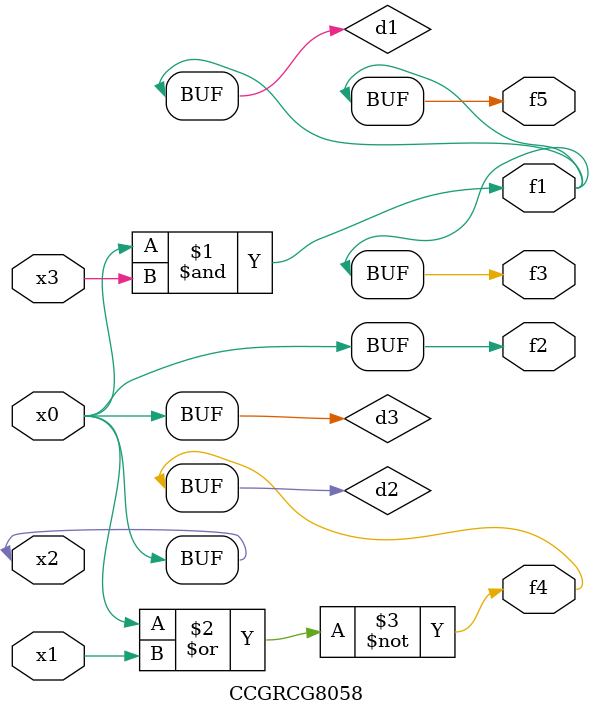
<source format=v>
module CCGRCG8058(
	input x0, x1, x2, x3,
	output f1, f2, f3, f4, f5
);

	wire d1, d2, d3;

	and (d1, x2, x3);
	nor (d2, x0, x1);
	buf (d3, x0, x2);
	assign f1 = d1;
	assign f2 = d3;
	assign f3 = d1;
	assign f4 = d2;
	assign f5 = d1;
endmodule

</source>
